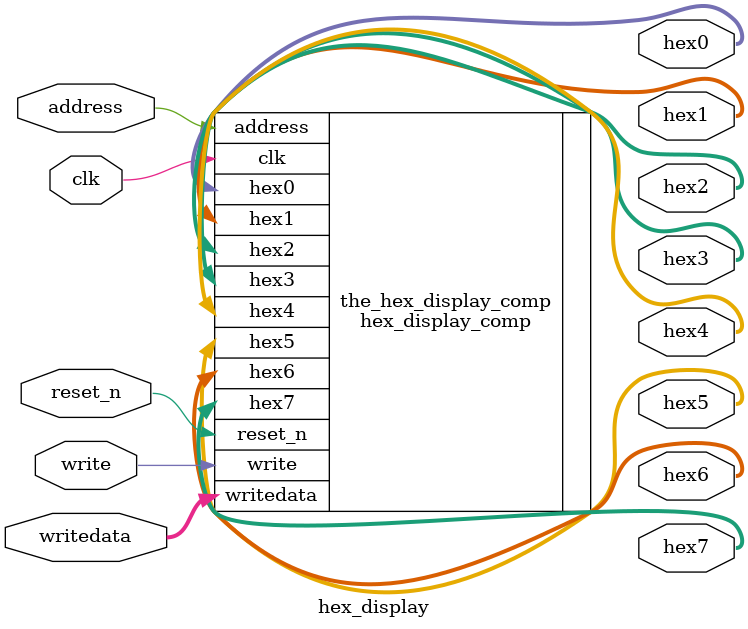
<source format=v>

`timescale 1ns / 1ps
// synthesis translate_on

// turn off superfluous verilog processor warnings 
// altera message_level Level1 
// altera message_off 10034 10035 10036 10037 10230 10240 10030 

module hex_display (
                     // inputs:
                      address,
                      clk,
                      reset_n,
                      write,
                      writedata,

                     // outputs:
                      hex0,
                      hex1,
                      hex2,
                      hex3,
                      hex4,
                      hex5,
                      hex6,
                      hex7
                   )
;

  output  [  6: 0] hex0;
  output  [  6: 0] hex1;
  output  [  6: 0] hex2;
  output  [  6: 0] hex3;
  output  [  6: 0] hex4;
  output  [  6: 0] hex5;
  output  [  6: 0] hex6;
  output  [  6: 0] hex7;
  input            address;
  input            clk;
  input            reset_n;
  input            write;
  input   [ 31: 0] writedata;

  wire    [  6: 0] hex0;
  wire    [  6: 0] hex1;
  wire    [  6: 0] hex2;
  wire    [  6: 0] hex3;
  wire    [  6: 0] hex4;
  wire    [  6: 0] hex5;
  wire    [  6: 0] hex6;
  wire    [  6: 0] hex7;
  hex_display_comp the_hex_display_comp
    (
      .address   (address),
      .clk       (clk),
      .hex0      (hex0),
      .hex1      (hex1),
      .hex2      (hex2),
      .hex3      (hex3),
      .hex4      (hex4),
      .hex5      (hex5),
      .hex6      (hex6),
      .hex7      (hex7),
      .reset_n   (reset_n),
      .write     (write),
      .writedata (writedata)
    );


endmodule


</source>
